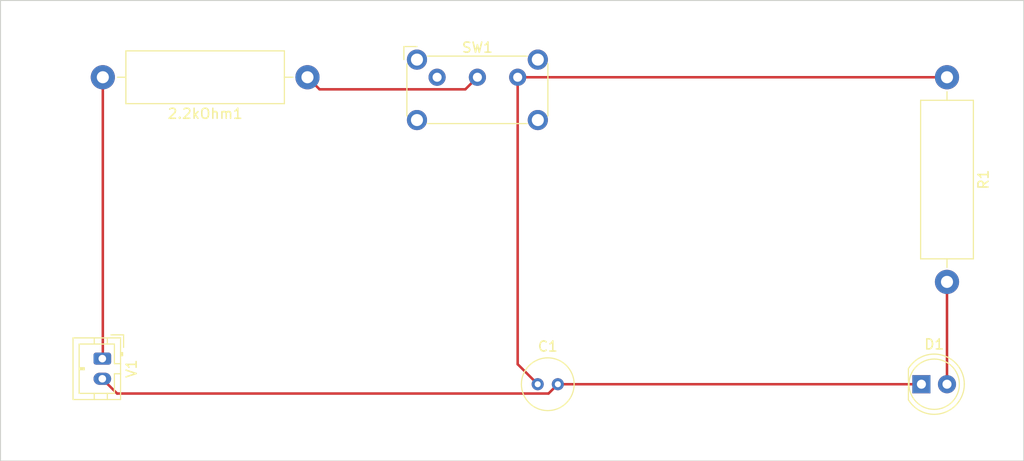
<source format=kicad_pcb>
(kicad_pcb (version 20211014) (generator pcbnew)
  (layers (0 "F.Cu" signal) (31 "B.Cu" signal) (34 "B.Paste" user) (35 "F.Paste" user) (36 "B.SilkS" user "B.Silkscreen") (37 "F.SilkS" user "F.Silkscreen") (38 "B.Mask" user) (39 "F.Mask" user) (44 "Edge.Cuts" user))
  (net 0 "")
  (net 1 "Net-(2.2kOhm1-Pad1)")
  (net 2 "Net-(2.2kOhm1-Pad2)")
  (net 3 "Net-(C1-Pad1)")
  (net 4 "Net-(C1-Pad2)")
  (net 5 "Net-(D1-Pad2)")
  (footprint "LED_THT:LED_D5.0mm" (layer "F.Cu") (at 172.72 116.84)
    (fp_text reference "D1" (at 1.27 -3.96) (layer "F.SilkS"))
    (fp_text value "    ")
    (fp_line (start -1.29 -1.545) (end -1.29 1.545) (layer "F.SilkS") (width 0.12))
    (fp_arc (start 4.26 -0.000462) (mid 2.072002 2.880433) (end -1.29 1.54483) (layer "F.SilkS") (width 0.12))
    (fp_arc (start -1.29 -1.54483) (mid 2.072002 -2.880433) (end 4.26 0.000462) (layer "F.SilkS") (width 0.12))
    (fp_circle (center 1.27 0) (end 3.77 0) (layer "F.SilkS") (width 0.12) (fill none))
    (pad "1" thru_hole rect (at 0 0) (size 1.8 1.8) (drill 0.9) (layers *.Cu *.Mask) (net 4 "Net-(C1-Pad2)"))
    (pad "2" thru_hole circle (at 2.54 0) (size 1.8 1.8) (drill 0.9) (layers *.Cu *.Mask) (net 5 "Net-(D1-Pad2)"))
  )
  (footprint "Resistor_THT:R_Axial_DIN0516_L15.5mm_D5.0mm_P20.32mm_Horizontal" (layer "F.Cu") (at 111.76 86.36 180)
    (fp_text reference "2.2kOhm1" (at 10.16 -3.62) (layer "F.SilkS"))
    (fp_text value "R2")
    (fp_line (start 18.88 0) (end 18.03 0) (layer "F.SilkS") (width 0.12))
    (fp_line (start 1.44 0) (end 2.29 0) (layer "F.SilkS") (width 0.12))
    (fp_line (start 2.29 2.62) (end 18.03 2.62) (layer "F.SilkS") (width 0.12))
    (fp_line (start 18.03 -2.62) (end 2.29 -2.62) (layer "F.SilkS") (width 0.12))
    (fp_line (start 2.29 -2.62) (end 2.29 2.62) (layer "F.SilkS") (width 0.12))
    (fp_line (start 18.03 2.62) (end 18.03 -2.62) (layer "F.SilkS") (width 0.12))
    (pad "1" thru_hole circle (at 0 0 180) (size 2.4 2.4) (drill 1.2) (layers *.Cu *.Mask) (net 1 "Net-(2.2kOhm1-Pad1)"))
    (pad "2" thru_hole oval (at 20.32 0 180) (size 2.4 2.4) (drill 1.2) (layers *.Cu *.Mask) (net 2 "Net-(2.2kOhm1-Pad2)"))
  )
  (footprint "Connector_JST:JST_PH_B2B-PH-K_1x02_P2.00mm_Vertical" (layer "F.Cu") (at 91.39 114.3 -90)
    (fp_text reference "V1" (at 1 -2.9 90) (layer "F.SilkS"))
    (fp_text value "9V")
    (fp_line (start 3.45 -1.2) (end 1.5 -1.2) (layer "F.SilkS") (width 0.12))
    (fp_line (start 1 2.3) (end 1 1.8) (layer "F.SilkS") (width 0.12))
    (fp_line (start -1.45 2.3) (end 3.45 2.3) (layer "F.SilkS") (width 0.12))
    (fp_line (start -0.3 -1.81) (end -0.3 -2.01) (layer "F.SilkS") (width 0.12))
    (fp_line (start -1.45 -1.2) (end -1.45 2.3) (layer "F.SilkS") (width 0.12))
    (fp_line (start 4.06 0.8) (end 3.45 0.8) (layer "F.SilkS") (width 0.12))
    (fp_line (start -2.06 -1.81) (end -2.06 2.91) (layer "F.SilkS") (width 0.12))
    (fp_line (start -2.06 0.8) (end -1.45 0.8) (layer "F.SilkS") (width 0.12))
    (fp_line (start 0.5 -1.81) (end 0.5 -1.2) (layer "F.SilkS") (width 0.12))
    (fp_line (start -2.06 -0.5) (end -1.45 -0.5) (layer "F.SilkS") (width 0.12))
    (fp_line (start 1.5 -1.2) (end 1.5 -1.81) (layer "F.SilkS") (width 0.12))
    (fp_line (start -0.3 -1.91) (end -0.6 -1.91) (layer "F.SilkS") (width 0.12))
    (fp_line (start 4.06 2.91) (end 4.06 -1.81) (layer "F.SilkS") (width 0.12))
    (fp_line (start 3.45 2.3) (end 3.45 -1.2) (layer "F.SilkS") (width 0.12))
    (fp_line (start 4.06 -0.5) (end 3.45 -0.5) (layer "F.SilkS") (width 0.12))
    (fp_line (start 0.5 -1.2) (end -1.45 -1.2) (layer "F.SilkS") (width 0.12))
    (fp_line (start -2.36 -2.11) (end -2.36 -0.86) (layer "F.SilkS") (width 0.12))
    (fp_line (start -2.06 2.91) (end 4.06 2.91) (layer "F.SilkS") (width 0.12))
    (fp_line (start -0.3 -2.01) (end -0.6 -2.01) (layer "F.SilkS") (width 0.12))
    (fp_line (start -1.11 -2.11) (end -2.36 -2.11) (layer "F.SilkS") (width 0.12))
    (fp_line (start 1.1 1.8) (end 1.1 2.3) (layer "F.SilkS") (width 0.12))
    (fp_line (start -0.6 -2.01) (end -0.6 -1.81) (layer "F.SilkS") (width 0.12))
    (fp_line (start 4.06 -1.81) (end -2.06 -1.81) (layer "F.SilkS") (width 0.12))
    (fp_line (start 0.9 1.8) (end 1.1 1.8) (layer "F.SilkS") (width 0.12))
    (fp_line (start 0.9 2.3) (end 0.9 1.8) (layer "F.SilkS") (width 0.12))
    (pad "1" thru_hole roundrect (at 0 0 270) (size 1.2 1.75) (drill 0.75) (layers *.Cu *.Mask) (roundrect_rratio 0.2083333333) (net 2 "Net-(2.2kOhm1-Pad2)"))
    (pad "2" thru_hole oval (at 2 0 270) (size 1.2 1.75) (drill 0.75) (layers *.Cu *.Mask) (net 4 "Net-(C1-Pad2)"))
  )
  (footprint "Resistor_THT:R_Axial_DIN0516_L15.5mm_D5.0mm_P20.32mm_Horizontal" (layer "F.Cu") (at 175.26 86.36 -90)
    (fp_text reference "R1" (at 10.16 -3.62 90) (layer "F.SilkS"))
    (fp_text value "20kOhm")
    (fp_line (start 2.29 -2.62) (end 2.29 2.62) (layer "F.SilkS") (width 0.12))
    (fp_line (start 18.03 -2.62) (end 2.29 -2.62) (layer "F.SilkS") (width 0.12))
    (fp_line (start 18.88 0) (end 18.03 0) (layer "F.SilkS") (width 0.12))
    (fp_line (start 2.29 2.62) (end 18.03 2.62) (layer "F.SilkS") (width 0.12))
    (fp_line (start 18.03 2.62) (end 18.03 -2.62) (layer "F.SilkS") (width 0.12))
    (fp_line (start 1.44 0) (end 2.29 0) (layer "F.SilkS") (width 0.12))
    (pad "1" thru_hole circle (at 0 0 270) (size 2.4 2.4) (drill 1.2) (layers *.Cu *.Mask) (net 3 "Net-(C1-Pad1)"))
    (pad "2" thru_hole oval (at 20.32 0 270) (size 2.4 2.4) (drill 1.2) (layers *.Cu *.Mask) (net 5 "Net-(D1-Pad2)"))
  )
  (footprint "Capacitor_THT:C_Radial_D5.0mm_H5.0mm_P2.00mm" (layer "F.Cu") (at 134.62 116.84)
    (fp_text reference "C1" (at 1 -3.75) (layer "F.SilkS"))
    (fp_text value "2.7 uF")
    (fp_circle (center 1 0) (end 3.62 0) (layer "F.SilkS") (width 0.12) (fill none))
    (pad "1" thru_hole circle (at 0 0) (size 1.2 1.2) (drill 0.6) (layers *.Cu *.Mask) (net 3 "Net-(C1-Pad1)"))
    (pad "2" thru_hole circle (at 2 0) (size 1.2 1.2) (drill 0.6) (layers *.Cu *.Mask) (net 4 "Net-(C1-Pad2)"))
  )
  (footprint "Button_Switch_THT:SW_E-Switch_EG1224_SPDT_Angled" (layer "F.Cu") (at 124.6325 86.36)
    (fp_text reference "SW1" (at 4 -2.95) (layer "F.SilkS"))
    (fp_text value "  ")
    (fp_line (start -3.3 -1.75) (end -3.3 -3.05) (layer "F.SilkS") (width 0.12))
    (fp_line (start 11 -1.35) (end 11 3.85) (layer "F.SilkS") (width 0.12))
    (fp_line (start 8.95 4.6) (end -0.95 4.6) (layer "F.SilkS") (width 0.12))
    (fp_line (start -3.3 -3.05) (end -2 -3.05) (layer "F.SilkS") (width 0.12))
    (fp_line (start -3 3.85) (end -3 -1.35) (layer "F.SilkS") (width 0.12))
    (fp_line (start -0.95 -2.1) (end 8.95 -2.1) (layer "F.SilkS") (width 0.12))
    (pad "" thru_hole circle (at 10 -1.75) (size 2 2) (drill 1.2) (layers *.Cu *.Mask))
    (pad "" thru_hole circle (at 10 4.25) (size 2 2) (drill 1.2) (layers *.Cu *.Mask))
    (pad "" thru_hole circle (at -2 4.25) (size 2 2) (drill 1.2) (layers *.Cu *.Mask))
    (pad "" thru_hole circle (at -2 -1.75) (size 2 2) (drill 1.2) (layers *.Cu *.Mask))
    (pad "1" thru_hole circle (at 0 0) (size 1.7 1.7) (drill 0.9) (layers *.Cu *.Mask))
    (pad "2" thru_hole circle (at 4 0) (size 1.7 1.7) (drill 0.9) (layers *.Cu *.Mask) (net 1 "Net-(2.2kOhm1-Pad1)"))
    (pad "3" thru_hole circle (at 8 0) (size 1.7 1.7) (drill 0.9) (layers *.Cu *.Mask) (net 3 "Net-(C1-Pad1)"))
  )
  (gr_rect (start 81.28 78.74) (end 182.88 124.46) (layer "Edge.Cuts") (width 0.1) (fill none))
  (segment (start 111.76 86.36) (end 112.96 87.56) (width 0.25) (layer "F.Cu") (net 1))
  (segment (start 112.96 87.56) (end 127.4325 87.56) (width 0.25) (layer "F.Cu") (net 1))
  (segment (start 127.4325 87.56) (end 128.6325 86.36) (width 0.25) (layer "F.Cu") (net 1))
  (segment (start 91.44 114.25) (end 91.44 86.36) (width 0.25) (layer "F.Cu") (net 2))
  (segment (start 91.39 114.3) (end 91.44 114.25) (width 0.25) (layer "F.Cu") (net 2))
  (segment (start 132.6325 114.8525) (end 132.6325 86.36) (width 0.25) (layer "F.Cu") (net 3))
  (segment (start 132.6325 86.36) (end 175.26 86.36) (width 0.25) (layer "F.Cu") (net 3))
  (segment (start 134.62 116.84) (end 132.6325 114.8525) (width 0.25) (layer "F.Cu") (net 3))
  (segment (start 136.62 116.84) (end 135.695 117.765) (width 0.25) (layer "F.Cu") (net 4))
  (segment (start 135.695 117.765) (end 92.855 117.765) (width 0.25) (layer "F.Cu") (net 4))
  (segment (start 92.855 117.765) (end 91.39 116.3) (width 0.25) (layer "F.Cu") (net 4))
  (segment (start 172.72 116.84) (end 136.62 116.84) (width 0.25) (layer "F.Cu") (net 4))
  (segment (start 175.26 106.68) (end 175.26 116.84) (width 0.25) (layer "F.Cu") (net 5))
)
</source>
